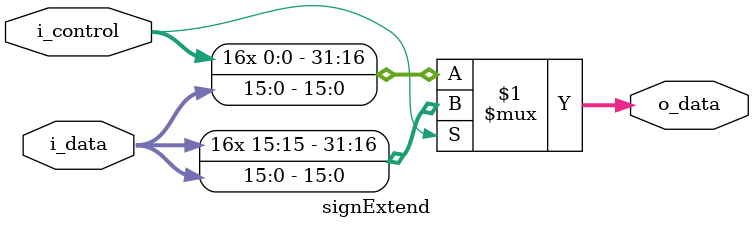
<source format=v>
module signExtend(i_data, i_control, o_data);
	
	input   [15:0]  i_data;
	input           i_control;
	output  [31:0]  o_data;

	assign o_data = (i_control)?({{16{i_data[15]}},i_data[15:0]}):({{16{i_control}},i_data[15:0]});

endmodule
</source>
